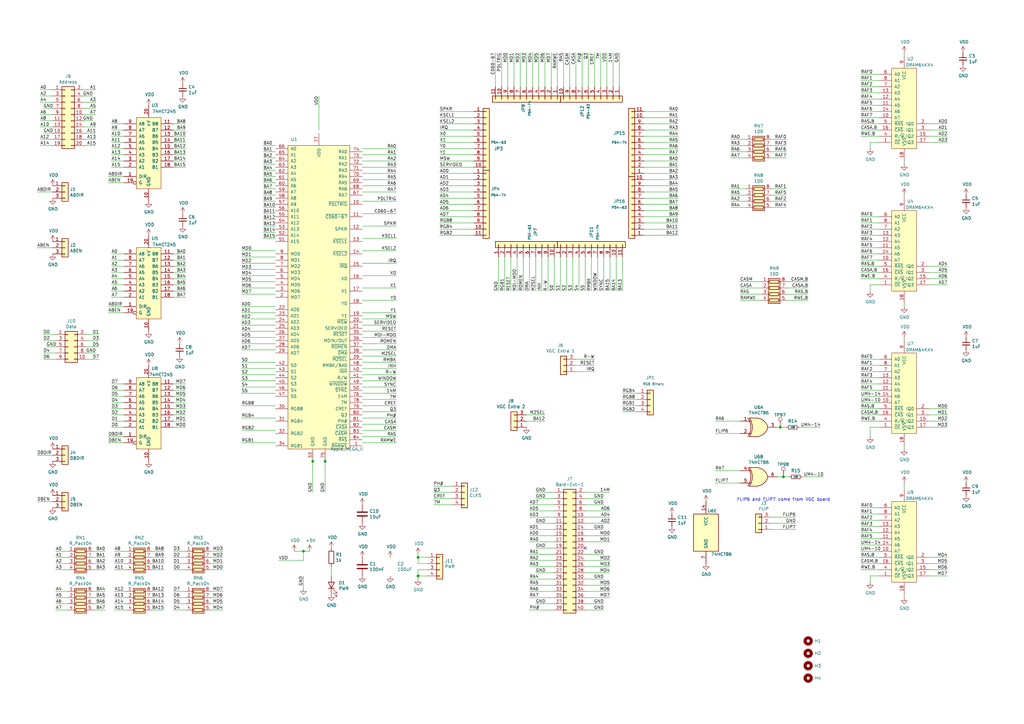
<source format=kicad_sch>
(kicad_sch (version 20230121) (generator eeschema)
  (paper "A3")
  (junction (at 133.35 189.23))
  (junction (at 171.45 228.6))
  (junction (at 321.31 195.58))
  (junction (at 320.04 175.26))
  (junction (at 124.46 226.06))
  (junction (at 171.45 236.22))
  (junction (at 128.27 189.23))
  (no_connect (at 240.03 224.79))
  (wire (pts (xy 264.16 48.26) (xy 278.13 48.26)))
  (wire (pts (xy 86.36 247.65) (xy 91.44 247.65)))
  (wire (pts (xy 34.29 57.15) (xy 39.37 57.15)))
  (wire (pts (xy 316.23 217.17) (xy 326.39 217.17)))
  (wire (pts (xy 34.29 41.91) (xy 39.37 41.91)))
  (wire (pts (xy 34.29 39.37) (xy 38.1 39.37)))
  (wire (pts (xy 162.56 179.07) (xy 148.59 179.07)))
  (wire (pts (xy 71.12 114.3) (xy 76.2 114.3)))
  (wire (pts (xy 353.06 53.34) (xy 360.68 53.34)))
  (wire (pts (xy 360.68 223.52) (xy 353.06 223.52)))
  (wire (pts (xy 86.36 233.68) (xy 91.44 233.68)))
  (wire (pts (xy 316.23 82.55) (xy 322.58 82.55)))
  (wire (pts (xy 162.56 87.63) (xy 148.59 87.63)))
  (wire (pts (xy 71.12 170.18) (xy 76.2 170.18)))
  (wire (pts (xy 207.01 119.38) (xy 207.01 105.41)))
  (wire (pts (xy 76.2 247.65) (xy 71.12 247.65)))
  (wire (pts (xy 113.03 67.31) (xy 107.95 67.31)))
  (wire (pts (xy 175.26 231.14) (xy 171.45 231.14)))
  (wire (pts (xy 381 172.72) (xy 388.62 172.72)))
  (wire (pts (xy 50.8 60.96) (xy 45.72 60.96)))
  (wire (pts (xy 322.58 118.11) (xy 331.47 118.11)))
  (wire (pts (xy 227.33 217.17) (xy 217.17 217.17)))
  (wire (pts (xy 50.8 114.3) (xy 45.72 114.3)))
  (wire (pts (xy 327.66 175.26) (xy 336.55 175.26)))
  (wire (pts (xy 194.31 73.66) (xy 180.34 73.66)))
  (wire (pts (xy 162.56 161.29) (xy 148.59 161.29)))
  (wire (pts (xy 353.06 228.6) (xy 360.68 228.6)))
  (wire (pts (xy 360.68 152.4) (xy 353.06 152.4)))
  (wire (pts (xy 162.56 92.71) (xy 148.59 92.71)))
  (wire (pts (xy 113.03 161.29) (xy 99.06 161.29)))
  (wire (pts (xy 353.06 167.64) (xy 360.68 167.64)))
  (wire (pts (xy 21.59 39.37) (xy 16.51 39.37)))
  (wire (pts (xy 381 109.22) (xy 388.62 109.22)))
  (wire (pts (xy 360.68 30.48) (xy 353.06 30.48)))
  (wire (pts (xy 360.68 157.48) (xy 353.06 157.48)))
  (wire (pts (xy 318.77 195.58) (xy 321.31 195.58)))
  (wire (pts (xy 27.94 250.19) (xy 22.86 250.19)))
  (wire (pts (xy 224.79 119.38) (xy 224.79 105.41)))
  (wire (pts (xy 113.03 97.79) (xy 107.95 97.79)))
  (wire (pts (xy 162.56 76.2) (xy 148.59 76.2)))
  (wire (pts (xy 71.12 104.14) (xy 76.2 104.14)))
  (wire (pts (xy 227.33 250.19) (xy 217.17 250.19)))
  (wire (pts (xy 194.31 91.44) (xy 180.34 91.44)))
  (wire (pts (xy 227.33 229.87) (xy 217.17 229.87)))
  (wire (pts (xy 264.16 93.98) (xy 278.13 93.98)))
  (wire (pts (xy 381 116.84) (xy 388.62 116.84)))
  (wire (pts (xy 227.33 232.41) (xy 217.17 232.41)))
  (wire (pts (xy 27.94 231.14) (xy 22.86 231.14)))
  (wire (pts (xy 50.8 72.39) (xy 44.45 72.39)))
  (wire (pts (xy 306.07 80.01) (xy 299.72 80.01)))
  (wire (pts (xy 113.03 115.57) (xy 99.06 115.57)))
  (wire (pts (xy 21.59 54.61) (xy 17.78 54.61)))
  (wire (pts (xy 353.06 111.76) (xy 360.68 111.76)))
  (wire (pts (xy 321.31 195.58) (xy 323.85 195.58)))
  (wire (pts (xy 50.8 125.73) (xy 44.45 125.73)))
  (wire (pts (xy 251.46 35.56) (xy 251.46 21.59)))
  (wire (pts (xy 38.1 231.14) (xy 43.18 231.14)))
  (wire (pts (xy 264.16 73.66) (xy 278.13 73.66)))
  (wire (pts (xy 264.16 60.96) (xy 278.13 60.96)))
  (wire (pts (xy 21.59 101.6) (xy 15.24 101.6)))
  (wire (pts (xy 204.47 119.38) (xy 204.47 105.41)))
  (wire (pts (xy 360.68 38.1) (xy 353.06 38.1)))
  (wire (pts (xy 232.41 119.38) (xy 232.41 105.41)))
  (wire (pts (xy 360.68 165.1) (xy 353.06 165.1)))
  (wire (pts (xy 113.03 143.51) (xy 99.06 143.51)))
  (wire (pts (xy 162.56 176.53) (xy 148.59 176.53)))
  (wire (pts (xy 27.94 245.11) (xy 22.86 245.11)))
  (wire (pts (xy 71.12 109.22) (xy 76.2 109.22)))
  (wire (pts (xy 71.12 111.76) (xy 76.2 111.76)))
  (wire (pts (xy 162.56 156.21) (xy 148.59 156.21)))
  (wire (pts (xy 370.84 21.59) (xy 370.84 22.86)))
  (wire (pts (xy 381 228.6) (xy 388.62 228.6)))
  (wire (pts (xy 194.31 78.74) (xy 180.34 78.74)))
  (wire (pts (xy 322.58 123.19) (xy 331.47 123.19)))
  (wire (pts (xy 240.03 222.25) (xy 250.19 222.25)))
  (wire (pts (xy 171.45 233.68) (xy 175.26 233.68)))
  (wire (pts (xy 162.56 146.05) (xy 148.59 146.05)))
  (wire (pts (xy 370.84 138.43) (xy 370.84 139.7)))
  (wire (pts (xy 227.33 212.09) (xy 217.17 212.09)))
  (wire (pts (xy 162.56 135.89) (xy 148.59 135.89)))
  (wire (pts (xy 113.03 62.23) (xy 107.95 62.23)))
  (wire (pts (xy 381 236.22) (xy 388.62 236.22)))
  (wire (pts (xy 381 111.76) (xy 388.62 111.76)))
  (wire (pts (xy 162.56 168.91) (xy 148.59 168.91)))
  (wire (pts (xy 71.12 165.1) (xy 76.2 165.1)))
  (wire (pts (xy 218.44 35.56) (xy 218.44 21.59)))
  (wire (pts (xy 162.56 113.03) (xy 148.59 113.03)))
  (wire (pts (xy 162.56 143.51) (xy 148.59 143.51)))
  (wire (pts (xy 227.33 222.25) (xy 217.17 222.25)))
  (wire (pts (xy 240.03 234.95) (xy 250.19 234.95)))
  (wire (pts (xy 35.56 139.7) (xy 40.64 139.7)))
  (wire (pts (xy 162.56 171.45) (xy 148.59 171.45)))
  (wire (pts (xy 306.07 77.47) (xy 299.72 77.47)))
  (wire (pts (xy 162.56 158.75) (xy 148.59 158.75)))
  (wire (pts (xy 62.23 247.65) (xy 67.31 247.65)))
  (wire (pts (xy 360.68 172.72) (xy 353.06 172.72)))
  (wire (pts (xy 194.31 55.88) (xy 180.34 55.88)))
  (wire (pts (xy 370.84 124.46) (xy 370.84 125.73)))
  (wire (pts (xy 227.33 219.71) (xy 217.17 219.71)))
  (wire (pts (xy 113.03 176.53) (xy 99.06 176.53)))
  (wire (pts (xy 35.56 137.16) (xy 40.64 137.16)))
  (wire (pts (xy 113.03 82.55) (xy 107.95 82.55)))
  (wire (pts (xy 264.16 55.88) (xy 278.13 55.88)))
  (wire (pts (xy 227.33 204.47) (xy 219.71 204.47)))
  (wire (pts (xy 360.68 208.28) (xy 353.06 208.28)))
  (wire (pts (xy 264.16 86.36) (xy 278.13 86.36)))
  (wire (pts (xy 360.68 45.72) (xy 353.06 45.72)))
  (wire (pts (xy 264.16 50.8) (xy 278.13 50.8)))
  (wire (pts (xy 86.36 242.57) (xy 91.44 242.57)))
  (wire (pts (xy 360.68 215.9) (xy 353.06 215.9)))
  (wire (pts (xy 62.23 233.68) (xy 67.31 233.68)))
  (wire (pts (xy 162.56 148.59) (xy 148.59 148.59)))
  (wire (pts (xy 162.56 102.87) (xy 148.59 102.87)))
  (wire (pts (xy 34.29 54.61) (xy 39.37 54.61)))
  (wire (pts (xy 360.68 91.44) (xy 353.06 91.44)))
  (wire (pts (xy 38.1 226.06) (xy 43.18 226.06)))
  (wire (pts (xy 71.12 157.48) (xy 76.2 157.48)))
  (wire (pts (xy 194.31 83.82) (xy 180.34 83.82)))
  (wire (pts (xy 113.03 107.95) (xy 99.06 107.95)))
  (wire (pts (xy 50.8 175.26) (xy 45.72 175.26)))
  (wire (pts (xy 312.42 123.19) (xy 303.53 123.19)))
  (wire (pts (xy 50.8 68.58) (xy 45.72 68.58)))
  (wire (pts (xy 113.03 181.61) (xy 99.06 181.61)))
  (wire (pts (xy 212.09 119.38) (xy 212.09 105.41)))
  (wire (pts (xy 370.84 198.12) (xy 370.84 200.66)))
  (wire (pts (xy 113.03 102.87) (xy 99.06 102.87)))
  (wire (pts (xy 194.31 45.72) (xy 180.34 45.72)))
  (wire (pts (xy 162.56 163.83) (xy 148.59 163.83)))
  (wire (pts (xy 113.03 171.45) (xy 99.06 171.45)))
  (wire (pts (xy 162.56 107.95) (xy 148.59 107.95)))
  (wire (pts (xy 21.59 57.15) (xy 16.51 57.15)))
  (wire (pts (xy 255.27 163.83) (xy 261.62 163.83)))
  (wire (pts (xy 130.81 53.34) (xy 130.81 39.37)))
  (wire (pts (xy 255.27 161.29) (xy 261.62 161.29)))
  (wire (pts (xy 162.56 78.74) (xy 148.59 78.74)))
  (wire (pts (xy 71.12 160.02) (xy 76.2 160.02)))
  (wire (pts (xy 62.23 250.19) (xy 67.31 250.19)))
  (wire (pts (xy 175.26 228.6) (xy 171.45 228.6)))
  (wire (pts (xy 370.84 182.88) (xy 370.84 184.15)))
  (wire (pts (xy 360.68 93.98) (xy 353.06 93.98)))
  (wire (pts (xy 22.86 144.78) (xy 17.78 144.78)))
  (wire (pts (xy 52.07 228.6) (xy 46.99 228.6)))
  (wire (pts (xy 356.87 58.42) (xy 356.87 60.96)))
  (wire (pts (xy 113.03 87.63) (xy 107.95 87.63)))
  (wire (pts (xy 35.56 147.32) (xy 40.64 147.32)))
  (wire (pts (xy 381 58.42) (xy 388.62 58.42)))
  (wire (pts (xy 208.28 35.56) (xy 208.28 21.59)))
  (wire (pts (xy 76.2 250.19) (xy 71.12 250.19)))
  (wire (pts (xy 34.29 52.07) (xy 39.37 52.07)))
  (wire (pts (xy 50.8 66.04) (xy 45.72 66.04)))
  (wire (pts (xy 316.23 214.63) (xy 326.39 214.63)))
  (wire (pts (xy 162.56 63.5) (xy 148.59 63.5)))
  (wire (pts (xy 38.1 245.11) (xy 43.18 245.11)))
  (wire (pts (xy 381 167.64) (xy 388.62 167.64)))
  (wire (pts (xy 223.52 172.72) (xy 215.9 172.72)))
  (wire (pts (xy 264.16 83.82) (xy 278.13 83.82)))
  (wire (pts (xy 27.94 228.6) (xy 22.86 228.6)))
  (wire (pts (xy 34.29 36.83) (xy 39.37 36.83)))
  (wire (pts (xy 356.87 175.26) (xy 356.87 179.07)))
  (wire (pts (xy 71.12 119.38) (xy 76.2 119.38)))
  (wire (pts (xy 210.82 35.56) (xy 210.82 21.59)))
  (wire (pts (xy 62.23 231.14) (xy 67.31 231.14)))
  (wire (pts (xy 21.59 205.74) (xy 15.24 205.74)))
  (wire (pts (xy 162.56 128.27) (xy 148.59 128.27)))
  (wire (pts (xy 240.03 119.38) (xy 240.03 105.41)))
  (wire (pts (xy 50.8 162.56) (xy 45.72 162.56)))
  (wire (pts (xy 127 226.06) (xy 124.46 226.06)))
  (wire (pts (xy 171.45 228.6) (xy 171.45 227.33)))
  (wire (pts (xy 113.03 158.75) (xy 99.06 158.75)))
  (wire (pts (xy 227.33 119.38) (xy 227.33 105.41)))
  (wire (pts (xy 303.53 115.57) (xy 312.42 115.57)))
  (wire (pts (xy 50.8 128.27) (xy 44.45 128.27)))
  (wire (pts (xy 162.56 82.55) (xy 148.59 82.55)))
  (wire (pts (xy 113.03 120.65) (xy 99.06 120.65)))
  (wire (pts (xy 124.46 226.06) (xy 120.65 226.06)))
  (wire (pts (xy 316.23 85.09) (xy 322.58 85.09)))
  (wire (pts (xy 162.56 118.11) (xy 148.59 118.11)))
  (wire (pts (xy 148.59 166.37) (xy 162.56 166.37)))
  (wire (pts (xy 360.68 104.14) (xy 353.06 104.14)))
  (wire (pts (xy 303.53 172.72) (xy 293.37 172.72)))
  (wire (pts (xy 360.68 55.88) (xy 353.06 55.88)))
  (wire (pts (xy 228.6 35.56) (xy 228.6 21.59)))
  (wire (pts (xy 38.1 242.57) (xy 43.18 242.57)))
  (wire (pts (xy 71.12 55.88) (xy 76.2 55.88)))
  (wire (pts (xy 71.12 66.04) (xy 76.2 66.04)))
  (wire (pts (xy 370.84 66.04) (xy 370.84 67.31)))
  (wire (pts (xy 50.8 58.42) (xy 45.72 58.42)))
  (wire (pts (xy 162.56 60.96) (xy 148.59 60.96)))
  (wire (pts (xy 264.16 45.72) (xy 278.13 45.72)))
  (wire (pts (xy 162.56 173.99) (xy 148.59 173.99)))
  (wire (pts (xy 303.53 177.8) (xy 293.37 177.8)))
  (wire (pts (xy 264.16 91.44) (xy 278.13 91.44)))
  (wire (pts (xy 360.68 43.18) (xy 353.06 43.18)))
  (wire (pts (xy 240.03 240.03) (xy 250.19 240.03)))
  (wire (pts (xy 71.12 68.58) (xy 76.2 68.58)))
  (wire (pts (xy 250.19 119.38) (xy 250.19 105.41)))
  (wire (pts (xy 227.33 227.33) (xy 217.17 227.33)))
  (wire (pts (xy 162.56 71.12) (xy 148.59 71.12)))
  (wire (pts (xy 194.31 68.58) (xy 180.34 68.58)))
  (wire (pts (xy 113.03 59.69) (xy 107.95 59.69)))
  (wire (pts (xy 135.89 232.41) (xy 135.89 236.22)))
  (wire (pts (xy 360.68 88.9) (xy 353.06 88.9)))
  (wire (pts (xy 162.56 151.13) (xy 148.59 151.13)))
  (wire (pts (xy 243.84 35.56) (xy 243.84 21.59)))
  (wire (pts (xy 203.2 35.56) (xy 203.2 21.59)))
  (wire (pts (xy 240.03 217.17) (xy 247.65 217.17)))
  (wire (pts (xy 213.36 35.56) (xy 213.36 21.59)))
  (wire (pts (xy 316.23 64.77) (xy 322.58 64.77)))
  (wire (pts (xy 38.1 250.19) (xy 43.18 250.19)))
  (wire (pts (xy 370.84 243.84) (xy 370.84 245.11)))
  (wire (pts (xy 162.56 133.35) (xy 148.59 133.35)))
  (wire (pts (xy 71.12 60.96) (xy 76.2 60.96)))
  (wire (pts (xy 76.2 228.6) (xy 71.12 228.6)))
  (wire (pts (xy 360.68 210.82) (xy 353.06 210.82)))
  (wire (pts (xy 113.03 95.25) (xy 107.95 95.25)))
  (wire (pts (xy 21.59 36.83) (xy 16.51 36.83)))
  (wire (pts (xy 162.56 153.67) (xy 148.59 153.67)))
  (wire (pts (xy 171.45 231.14) (xy 171.45 228.6)))
  (wire (pts (xy 353.06 50.8) (xy 360.68 50.8)))
  (wire (pts (xy 50.8 111.76) (xy 45.72 111.76)))
  (wire (pts (xy 240.03 207.01) (xy 247.65 207.01)))
  (wire (pts (xy 381 231.14) (xy 388.62 231.14)))
  (wire (pts (xy 234.95 119.38) (xy 234.95 105.41)))
  (wire (pts (xy 237.49 119.38) (xy 237.49 105.41)))
  (wire (pts (xy 52.07 231.14) (xy 46.99 231.14)))
  (wire (pts (xy 306.07 64.77) (xy 299.72 64.77)))
  (wire (pts (xy 264.16 66.04) (xy 278.13 66.04)))
  (wire (pts (xy 52.07 247.65) (xy 46.99 247.65)))
  (wire (pts (xy 22.86 142.24) (xy 19.05 142.24)))
  (wire (pts (xy 22.86 147.32) (xy 17.78 147.32)))
  (wire (pts (xy 50.8 157.48) (xy 45.72 157.48)))
  (wire (pts (xy 185.42 204.47) (xy 177.8 204.47)))
  (wire (pts (xy 227.33 234.95) (xy 219.71 234.95)))
  (wire (pts (xy 52.07 226.06) (xy 46.99 226.06)))
  (wire (pts (xy 240.03 212.09) (xy 250.19 212.09)))
  (wire (pts (xy 240.03 242.57) (xy 250.19 242.57)))
  (wire (pts (xy 194.31 96.52) (xy 180.34 96.52)))
  (wire (pts (xy 50.8 53.34) (xy 45.72 53.34)))
  (wire (pts (xy 21.59 52.07) (xy 16.51 52.07)))
  (wire (pts (xy 264.16 53.34) (xy 278.13 53.34)))
  (wire (pts (xy 264.16 76.2) (xy 278.13 76.2)))
  (wire (pts (xy 360.68 48.26) (xy 353.06 48.26)))
  (wire (pts (xy 113.03 125.73) (xy 99.06 125.73)))
  (wire (pts (xy 76.2 245.11) (xy 71.12 245.11)))
  (wire (pts (xy 62.23 242.57) (xy 67.31 242.57)))
  (wire (pts (xy 162.56 66.04) (xy 148.59 66.04)))
  (wire (pts (xy 27.94 233.68) (xy 22.86 233.68)))
  (wire (pts (xy 113.03 156.21) (xy 99.06 156.21)))
  (wire (pts (xy 264.16 96.52) (xy 278.13 96.52)))
  (wire (pts (xy 162.56 68.58) (xy 148.59 68.58)))
  (wire (pts (xy 360.68 33.02) (xy 353.06 33.02)))
  (wire (pts (xy 50.8 119.38) (xy 45.72 119.38)))
  (wire (pts (xy 50.8 55.88) (xy 45.72 55.88)))
  (wire (pts (xy 227.33 245.11) (xy 217.17 245.11)))
  (wire (pts (xy 113.03 113.03) (xy 99.06 113.03)))
  (wire (pts (xy 71.12 116.84) (xy 76.2 116.84)))
  (wire (pts (xy 22.86 137.16) (xy 17.78 137.16)))
  (wire (pts (xy 86.36 245.11) (xy 91.44 245.11)))
  (wire (pts (xy 306.07 59.69) (xy 299.72 59.69)))
  (wire (pts (xy 247.65 119.38) (xy 247.65 105.41)))
  (wire (pts (xy 21.59 186.69) (xy 15.24 186.69)))
  (wire (pts (xy 86.36 231.14) (xy 91.44 231.14)))
  (wire (pts (xy 38.1 233.68) (xy 43.18 233.68)))
  (wire (pts (xy 113.03 74.93) (xy 107.95 74.93)))
  (wire (pts (xy 62.23 245.11) (xy 67.31 245.11)))
  (wire (pts (xy 194.31 60.96) (xy 180.34 60.96)))
  (wire (pts (xy 312.42 120.65) (xy 303.53 120.65)))
  (wire (pts (xy 303.53 193.04) (xy 293.37 193.04)))
  (wire (pts (xy 185.42 201.93) (xy 177.8 201.93)))
  (wire (pts (xy 34.29 44.45) (xy 39.37 44.45)))
  (wire (pts (xy 113.03 133.35) (xy 99.06 133.35)))
  (wire (pts (xy 227.33 214.63) (xy 219.71 214.63)))
  (wire (pts (xy 236.22 147.32) (xy 243.84 147.32)))
  (wire (pts (xy 381 233.68) (xy 388.62 233.68)))
  (wire (pts (xy 113.03 151.13) (xy 99.06 151.13)))
  (wire (pts (xy 238.76 35.56) (xy 238.76 21.59)))
  (wire (pts (xy 306.07 62.23) (xy 299.72 62.23)))
  (wire (pts (xy 360.68 218.44) (xy 353.06 218.44)))
  (wire (pts (xy 227.33 224.79) (xy 219.71 224.79)))
  (wire (pts (xy 227.33 237.49) (xy 217.17 237.49)))
  (wire (pts (xy 240.03 201.93) (xy 250.19 201.93)))
  (wire (pts (xy 124.46 229.87) (xy 124.46 226.06)))
  (wire (pts (xy 240.03 250.19) (xy 247.65 250.19)))
  (wire (pts (xy 133.35 189.23) (xy 133.35 187.96)))
  (wire (pts (xy 205.74 35.56) (xy 205.74 21.59)))
  (wire (pts (xy 113.03 140.97) (xy 99.06 140.97)))
  (wire (pts (xy 34.29 49.53) (xy 38.1 49.53)))
  (wire (pts (xy 381 50.8) (xy 388.62 50.8)))
  (wire (pts (xy 360.68 170.18) (xy 353.06 170.18)))
  (wire (pts (xy 76.2 233.68) (xy 71.12 233.68)))
  (wire (pts (xy 360.68 160.02) (xy 353.06 160.02)))
  (wire (pts (xy 50.8 106.68) (xy 45.72 106.68)))
  (wire (pts (xy 113.03 128.27) (xy 99.06 128.27)))
  (wire (pts (xy 360.68 99.06) (xy 353.06 99.06)))
  (wire (pts (xy 194.31 66.04) (xy 180.34 66.04)))
  (wire (pts (xy 360.68 162.56) (xy 353.06 162.56)))
  (wire (pts (xy 35.56 142.24) (xy 40.64 142.24)))
  (wire (pts (xy 236.22 152.4) (xy 243.84 152.4)))
  (wire (pts (xy 62.23 228.6) (xy 67.31 228.6)))
  (wire (pts (xy 71.12 172.72) (xy 76.2 172.72)))
  (wire (pts (xy 227.33 201.93) (xy 219.71 201.93)))
  (wire (pts (xy 381 175.26) (xy 388.62 175.26)))
  (wire (pts (xy 264.16 78.74) (xy 278.13 78.74)))
  (wire (pts (xy 194.31 58.42) (xy 180.34 58.42)))
  (wire (pts (xy 303.53 198.12) (xy 293.37 198.12)))
  (wire (pts (xy 162.56 181.61) (xy 148.59 181.61)))
  (wire (pts (xy 113.03 105.41) (xy 99.06 105.41)))
  (wire (pts (xy 316.23 62.23) (xy 322.58 62.23)))
  (wire (pts (xy 76.2 231.14) (xy 71.12 231.14)))
  (wire (pts (xy 264.16 68.58) (xy 278.13 68.58)))
  (wire (pts (xy 50.8 167.64) (xy 45.72 167.64)))
  (wire (pts (xy 240.03 245.11) (xy 250.19 245.11)))
  (wire (pts (xy 86.36 228.6) (xy 91.44 228.6)))
  (wire (pts (xy 113.03 166.37) (xy 99.06 166.37)))
  (wire (pts (xy 381 55.88) (xy 388.62 55.88)))
  (wire (pts (xy 50.8 179.07) (xy 44.45 179.07)))
  (wire (pts (xy 133.35 201.93) (xy 133.35 189.23)))
  (wire (pts (xy 227.33 240.03) (xy 217.17 240.03)))
  (wire (pts (xy 50.8 160.02) (xy 45.72 160.02)))
  (wire (pts (xy 71.12 58.42) (xy 76.2 58.42)))
  (wire (pts (xy 175.26 236.22) (xy 171.45 236.22)))
  (wire (pts (xy 360.68 175.26) (xy 356.87 175.26)))
  (wire (pts (xy 316.23 212.09) (xy 326.39 212.09)))
  (wire (pts (xy 223.52 35.56) (xy 223.52 21.59)))
  (wire (pts (xy 264.16 71.12) (xy 278.13 71.12)))
  (wire (pts (xy 360.68 236.22) (xy 356.87 236.22)))
  (wire (pts (xy 233.68 35.56) (xy 233.68 21.59)))
  (wire (pts (xy 227.33 242.57) (xy 217.17 242.57)))
  (wire (pts (xy 255.27 119.38) (xy 255.27 105.41)))
  (wire (pts (xy 21.59 44.45) (xy 17.78 44.45)))
  (wire (pts (xy 320.04 175.26) (xy 318.77 175.26)))
  (wire (pts (xy 21.59 46.99) (xy 16.51 46.99)))
  (wire (pts (xy 312.42 118.11) (xy 303.53 118.11)))
  (wire (pts (xy 194.31 86.36) (xy 180.34 86.36)))
  (wire (pts (xy 240.03 209.55) (xy 250.19 209.55)))
  (wire (pts (xy 22.86 139.7) (xy 17.78 139.7)))
  (wire (pts (xy 360.68 35.56) (xy 353.06 35.56)))
  (wire (pts (xy 113.03 72.39) (xy 107.95 72.39)))
  (wire (pts (xy 21.59 78.74) (xy 15.24 78.74)))
  (wire (pts (xy 71.12 121.92) (xy 76.2 121.92)))
  (wire (pts (xy 360.68 101.6) (xy 353.06 101.6)))
  (wire (pts (xy 360.68 96.52) (xy 353.06 96.52)))
  (wire (pts (xy 162.56 73.66) (xy 148.59 73.66)))
  (wire (pts (xy 52.07 245.11) (xy 46.99 245.11)))
  (wire (pts (xy 229.87 119.38) (xy 229.87 105.41)))
  (wire (pts (xy 236.22 35.56) (xy 236.22 21.59)))
  (wire (pts (xy 360.68 147.32) (xy 353.06 147.32)))
  (wire (pts (xy 360.68 114.3) (xy 353.06 114.3)))
  (wire (pts (xy 71.12 175.26) (xy 76.2 175.26)))
  (wire (pts (xy 370.84 80.01) (xy 370.84 81.28)))
  (wire (pts (xy 62.23 226.06) (xy 67.31 226.06)))
  (wire (pts (xy 27.94 247.65) (xy 22.86 247.65)))
  (wire (pts (xy 227.33 247.65) (xy 219.71 247.65)))
  (wire (pts (xy 50.8 116.84) (xy 45.72 116.84)))
  (wire (pts (xy 316.23 77.47) (xy 322.58 77.47)))
  (wire (pts (xy 194.31 81.28) (xy 180.34 81.28)))
  (wire (pts (xy 264.16 81.28) (xy 278.13 81.28)))
  (wire (pts (xy 50.8 121.92) (xy 45.72 121.92)))
  (wire (pts (xy 240.03 227.33) (xy 247.65 227.33)))
  (wire (pts (xy 231.14 35.56) (xy 231.14 21.59)))
  (wire (pts (xy 194.31 93.98) (xy 180.34 93.98)))
  (wire (pts (xy 34.29 46.99) (xy 39.37 46.99)))
  (wire (pts (xy 316.23 59.69) (xy 322.58 59.69)))
  (wire (pts (xy 360.68 58.42) (xy 356.87 58.42)))
  (wire (pts (xy 240.03 214.63) (xy 250.19 214.63)))
  (wire (pts (xy 360.68 233.68) (xy 353.06 233.68)))
  (wire (pts (xy 35.56 144.78) (xy 39.37 144.78)))
  (wire (pts (xy 241.3 35.56) (xy 241.3 21.59)))
  (wire (pts (xy 50.8 104.14) (xy 45.72 104.14)))
  (wire (pts (xy 255.27 168.91) (xy 261.62 168.91)))
  (wire (pts (xy 306.07 57.15) (xy 299.72 57.15)))
  (wire (pts (xy 194.31 48.26) (xy 180.34 48.26)))
  (wire (pts (xy 21.59 59.69) (xy 16.51 59.69)))
  (wire (pts (xy 128.27 189.23) (xy 128.27 187.96)))
  (wire (pts (xy 242.57 119.38) (xy 242.57 105.41)))
  (wire (pts (xy 252.73 119.38) (xy 252.73 105.41)))
  (wire (pts (xy 194.31 63.5) (xy 180.34 63.5)))
  (wire (pts (xy 76.2 226.06) (xy 71.12 226.06)))
  (wire (pts (xy 255.27 166.37) (xy 261.62 166.37)))
  (wire (pts (xy 38.1 228.6) (xy 43.18 228.6)))
  (wire (pts (xy 360.68 106.68) (xy 353.06 106.68)))
  (wire (pts (xy 264.16 58.42) (xy 278.13 58.42)))
  (wire (pts (xy 71.12 63.5) (xy 76.2 63.5)))
  (wire (pts (xy 322.58 115.57) (xy 331.47 115.57)))
  (wire (pts (xy 114.3 229.87) (xy 124.46 229.87)))
  (wire (pts (xy 113.03 138.43) (xy 99.06 138.43)))
  (wire (pts (xy 240.03 237.49) (xy 247.65 237.49)))
  (wire (pts (xy 264.16 88.9) (xy 278.13 88.9)))
  (wire (pts (xy 124.46 241.3) (xy 124.46 236.22)))
  (wire (pts (xy 240.03 219.71) (xy 250.19 219.71)))
  (wire (pts (xy 227.33 207.01) (xy 217.17 207.01)))
  (wire (pts (xy 360.68 220.98) (xy 353.06 220.98)))
  (wire (pts (xy 113.03 85.09) (xy 107.95 85.09)))
  (wire (pts (xy 217.17 119.38) (xy 217.17 105.41)))
  (wire (pts (xy 86.36 226.06) (xy 91.44 226.06)))
  (wire (pts (xy 360.68 231.14) (xy 353.06 231.14)))
  (wire (pts (xy 322.58 175.26) (xy 320.04 175.26)))
  (wire (pts (xy 38.1 247.65) (xy 43.18 247.65)))
  (wire (pts (xy 360.68 149.86) (xy 353.06 149.86)))
  (wire (pts (xy 381 170.18) (xy 388.62 170.18)))
  (wire (pts (xy 227.33 209.55) (xy 217.17 209.55)))
  (wire (pts (xy 113.03 153.67) (xy 99.06 153.67)))
  (wire (pts (xy 226.06 35.56) (xy 226.06 21.59)))
  (wire (pts (xy 71.12 53.34) (xy 76.2 53.34)))
  (wire (pts (xy 360.68 226.06) (xy 353.06 226.06)))
  (wire (pts (xy 254 35.56) (xy 254 21.59)))
  (wire (pts (xy 306.07 82.55) (xy 299.72 82.55)))
  (wire (pts (xy 236.22 149.86) (xy 243.84 149.86)))
  (wire (pts (xy 113.03 135.89) (xy 99.06 135.89)))
  (wire (pts (xy 240.03 247.65) (xy 247.65 247.65)))
  (wire (pts (xy 209.55 119.38) (xy 209.55 105.41)))
  (wire (pts (xy 322.58 120.65) (xy 331.47 120.65)))
  (wire (pts (xy 113.03 77.47) (xy 107.95 77.47)))
  (wire (pts (xy 52.07 233.68) (xy 46.99 233.68)))
  (wire (pts (xy 50.8 63.5) (xy 45.72 63.5)))
  (wire (pts (xy 162.56 130.81) (xy 148.59 130.81)))
  (wire (pts (xy 194.31 50.8) (xy 180.34 50.8)))
  (wire (pts (xy 194.31 88.9) (xy 180.34 88.9)))
  (wire (pts (xy 113.03 92.71) (xy 107.95 92.71)))
  (wire (pts (xy 381 53.34) (xy 388.62 53.34)))
  (wire (pts (xy 50.8 172.72) (xy 45.72 172.72)))
  (wire (pts (xy 248.92 35.56) (xy 248.92 21.59)))
  (wire (pts (xy 353.06 109.22) (xy 360.68 109.22)))
  (wire (pts (xy 194.31 76.2) (xy 180.34 76.2)))
  (wire (pts (xy 171.45 233.68) (xy 171.45 236.22)))
  (wire (pts (xy 264.16 63.5) (xy 278.13 63.5)))
  (wire (pts (xy 381 114.3) (xy 388.62 114.3)))
  (wire (pts (xy 21.59 49.53) (xy 16.51 49.53)))
  (wire (pts (xy 223.52 170.18) (xy 215.9 170.18)))
  (wire (pts (xy 194.31 71.12) (xy 180.34 71.12)))
  (wire (pts (xy 113.03 110.49) (xy 99.06 110.49)))
  (wire (pts (xy 214.63 119.38) (xy 214.63 105.41)))
  (wire (pts (xy 50.8 165.1) (xy 45.72 165.1)))
  (wire (pts (xy 222.25 119.38) (xy 222.25 105.41)))
  (wire (pts (xy 328.93 195.58) (xy 337.82 195.58)))
  (wire (pts (xy 246.38 35.56) (xy 246.38 21.59)))
  (wire (pts (xy 34.29 59.69) (xy 39.37 59.69)))
  (wire (pts (xy 360.68 154.94) (xy 353.06 154.94)))
  (wire (pts (xy 360.68 40.64) (xy 353.06 40.64)))
  (wire (pts (xy 306.07 85.09) (xy 299.72 85.09)))
  (wire (pts (xy 50.8 181.61) (xy 44.45 181.61)))
  (wire (pts (xy 356.87 236.22) (xy 356.87 238.76)))
  (wire (pts (xy 240.03 204.47) (xy 247.65 204.47)))
  (wire (pts (xy 356.87 116.84) (xy 356.87 119.38)))
  (wire (pts (xy 27.94 242.57) (xy 22.86 242.57)))
  (wire (pts (xy 71.12 50.8) (xy 76.2 50.8)))
  (wire (pts (xy 113.03 69.85) (xy 107.95 69.85)))
  (wire (pts (xy 50.8 109.22) (xy 45.72 109.22)))
  (wire (pts (xy 71.12 106.68) (xy 76.2 106.68)))
  (wire (pts (xy 148.59 123.19) (xy 162.56 123.19)))
  (wire (pts (xy 52.07 242.57) (xy 46.99 242.57)))
  (wire (pts (xy 52.07 250.19) (xy 46.99 250.19)))
  (wire (pts (xy 162.56 138.43) (xy 148.59 138.43)))
  (wire (pts (xy 220.98 35.56) (xy 220.98 21.59)))
  (wire (pts (xy 27.94 226.06) (xy 22.86 226.06)))
  (wire (pts (xy 50.8 50.8) (xy 45.72 50.8)))
  (wire (pts (xy 113.03 130.81) (xy 99.06 130.81)))
  (wire (pts (xy 21.59 41.91) (xy 16.51 41.91)))
  (wire (pts (xy 162.56 97.79) (xy 148.59 97.79)))
  (wire (pts (xy 185.42 199.39) (xy 177.8 199.39)))
  (wire (pts (xy 316.23 57.15) (xy 322.58 57.15)))
  (wire (pts (xy 71.12 162.56) (xy 76.2 162.56)))
  (wire (pts (xy 245.11 119.38) (xy 245.11 105.41)))
  (wire (pts (xy 76.2 242.57) (xy 71.12 242.57)))
  (wire (pts (xy 240.03 229.87) (xy 250.19 229.87)))
  (wire (pts (xy 71.12 167.64) (xy 76.2 167.64)))
  (wire (pts (xy 113.03 118.11) (xy 99.06 118.11)))
  (wire (pts (xy 219.71 119.38) (xy 219.71 105.41)))
  (wire (pts (xy 360.68 116.84) (xy 356.87 116.84)))
  (wire (pts (xy 128.27 201.93) (xy 128.27 189.23)))
  (wire (pts (xy 50.8 170.18) (xy 45.72 170.18)))
  (wire (pts (xy 215.9 35.56) (xy 215.9 21.59)))
  (wire (pts (xy 113.03 64.77) (xy 107.95 64.77)))
  (wire (pts (xy 113.03 90.17) (xy 107.95 90.17)))
  (wire (pts (xy 360.68 213.36) (xy 353.06 213.36)))
  (wire (pts (xy 240.03 232.41) (xy 250.19 232.41)))
  (wire (pts (xy 113.03 148.59) (xy 99.06 148.59)))
  (wire (pts (xy 316.23 80.01) (xy 322.58 80.01)))
  (wire (pts (xy 50.8 74.93) (xy 44.45 74.93)))
  (wire (pts (xy 171.45 236.22) (xy 171.45 237.49)))
  (wire (pts (xy 185.42 207.01) (xy 177.8 207.01)))
  (wire (pts (xy 194.31 53.34) (xy 180.34 53.34)))
  (wire (pts (xy 86.36 250.19) (xy 91.44 250.19)))
  (wire (pts (xy 162.56 140.97) (xy 148.59 140.97)))
  (wire (pts (xy 113.03 80.01) (xy 107.95 80.01)))
  (text "FLIP6 and FLIP7 come from VGC board" (at 302.26 205.74 0) (effects (font (size 1.27 1.27)) (justify left bottom)))
  (label "CREF" (at 162.56 166.37 180))
  (label "RESET" (at 209.55 119.38 90))
  (label "GND" (at 204.47 119.38 90))
  (label "AD2" (at 250.19 214.63 180))
  (label "RA2" (at 299.72 82.55 0))
  (label "RAF2" (at 353.06 93.98 0))
  (label "A9" (at 39.37 52.07 180))
  (label "A2" (at 22.86 231.14 0))
  (label "ABDIR" (at 44.45 125.73 0))
  (label "C060-67" (at 203.2 21.59 270))
  (label "S4" (at 99.06 158.75 0))
  (label "SERVIDEO" (at 162.56 133.35 180))
  (label "14M" (at 250.19 201.93 180))
  (label "AD5" (at 388.62 111.76 180))
  (label "RAF3" (at 353.06 215.9 0))
  (label "PDLTRIG" (at 205.74 21.59 270))
  (label "ROMEN" (at 214.63 119.38 90))
  (label "RAF0" (at 353.06 208.28 0))
  (label "S5" (at 240.03 119.38 90))
  (label "RAMWE" (at 162.56 181.61 180))
  (label "MD6" (at 223.52 21.59 270))
  (label "RAF0" (at 353.06 30.48 0))
  (label "A15" (at 45.72 68.58 0))
  (label "RA1" (at 299.72 77.47 0))
  (label "BA3" (at 107.95 67.31 0))
  (label "BA8" (at 76.2 50.8 180))
  (label "BA12" (at 67.31 242.57 180))
  (label "RAS" (at 303.53 120.65 0))
  (label "RWE.B" (at 353.06 172.72 0))
  (label "RAS.B" (at 353.06 167.64 0))
  (label "RWE.B" (at 331.47 123.19 180))
  (label "CASM" (at 233.68 21.59 270))
  (label "ABEN" (at 44.45 128.27 0))
  (label "GND" (at 124.46 236.22 270))
  (label "A15" (at 39.37 59.69 180))
  (label "RAF7" (at 322.58 64.77 180))
  (label "RAF2" (at 353.06 152.4 0))
  (label "BA1" (at 76.2 106.68 180))
  (label "BA12" (at 278.13 96.52 180))
  (label "RA6" (at 162.56 76.2 180))
  (label "A1" (at 45.72 106.68 0))
  (label "A13" (at 45.72 63.5 0))
  (label "PDLTRIG" (at 162.56 82.55 180))
  (label "BA3" (at 278.13 73.66 180))
  (label "Q3" (at 177.8 201.93 0))
  (label "BA7" (at 278.13 83.82 180))
  (label "CASM" (at 162.56 176.53 180))
  (label "A4" (at 45.72 114.3 0))
  (label "RAS" (at 162.56 179.07 180))
  (label "AD4" (at 388.62 109.22 180))
  (label "RA1" (at 162.56 63.5 180))
  (label "RA7" (at 299.72 64.77 0))
  (label "BA13" (at 255.27 119.38 90))
  (label "AD3" (at 99.06 133.35 0))
  (label "D1" (at 71.12 231.14 0))
  (label "RAS" (at 231.14 21.59 270))
  (label "A2" (at 45.72 109.22 0))
  (label "BA10" (at 107.95 85.09 0))
  (label "RGB1" (at 207.01 119.38 90))
  (label "RA6" (at 217.17 242.57 0))
  (label "DBEN" (at 44.45 181.61 0))
  (label "RA1" (at 217.17 227.33 0))
  (label "BA10" (at 67.31 231.14 180))
  (label "RAF2" (at 353.06 213.36 0))
  (label "A0" (at 22.86 226.06 0))
  (label "UM4-14" (at 336.55 175.26 180))
  (label "AD5" (at 217.17 209.55 0))
  (label "RA4" (at 278.13 55.88 180))
  (label "UM4-10" (at 337.82 195.58 180))
  (label "RAS.B" (at 331.47 120.65 180))
  (label "CASA.B" (at 331.47 118.11 180))
  (label "DBDIR" (at 15.24 186.69 0))
  (label "SPKR" (at 162.56 92.71 180))
  (label "AD5" (at 99.06 138.43 0))
  (label "MD0" (at 388.62 167.64 180))
  (label "RA2" (at 217.17 229.87 0))
  (label "AD4" (at 99.06 135.89 0))
  (label "A3" (at 22.86 233.68 0))
  (label "RA6" (at 293.37 172.72 0))
  (label "MD0" (at 91.44 233.68 180))
  (label "D5" (at 45.72 162.56 0))
  (label "BA12" (at 76.2 60.96 180))
  (label "BA6" (at 76.2 119.38 180))
  (label "PH#" (at 177.8 199.39 0))
  (label "D0" (at 45.72 175.26 0))
  (label "BA2" (at 43.18 231.14 180))
  (label "RA0" (at 217.17 222.25 0))
  (label "ABDIR" (at 15.24 78.74 0))
  (label "BA5" (at 76.2 116.84 180))
  (label "RAF3" (at 322.58 59.69 180))
  (label "RAF3" (at 353.06 96.52 0))
  (label "GND" (at 133.35 201.93 90))
  (label "BA11" (at 67.31 233.68 180))
  (label "BA6" (at 107.95 74.93 0))
  (label "RWE.B" (at 353.06 55.88 0))
  (label "D1" (at 45.72 172.72 0))
  (label "AD7" (at 99.06 143.51 0))
  (label "GND" (at 247.65 250.19 180))
  (label "MD1" (at 250.19 222.25 180))
  (label "RESET" (at 162.56 135.89 180))
  (label "CASM.B" (at 353.06 170.18 0))
  (label "RAF1" (at 322.58 77.47 180))
  (label "RA5" (at 299.72 80.01 0))
  (label "MD7" (at 91.44 242.57 180))
  (label "MD3" (at 215.9 21.59 270))
  (label "S3" (at 234.95 119.38 90))
  (label "AD0" (at 217.17 219.71 0))
  (label "KSEL1" (at 162.56 97.79 180))
  (label "BA14" (at 67.31 247.65 180))
  (label "MD5" (at 388.62 231.14 180))
  (label "UM4-14" (at 353.06 162.56 0))
  (label "AD6" (at 388.62 114.3 180))
  (label "AD1" (at 388.62 53.34 180))
  (label "BA4" (at 76.2 114.3 180))
  (label "BA7" (at 107.95 77.47 0))
  (label "M2SEL" (at 162.56 146.05 180))
  (label "BA11" (at 278.13 93.98 180))
  (label "RAF6" (at 353.06 45.72 0))
  (label "CASA" (at 236.22 21.59 270))
  (label "A2" (at 16.51 39.37 0))
  (label "RA3" (at 278.13 53.34 180))
  (label "Y0" (at 180.34 60.96 0))
  (label "BA1" (at 43.18 228.6 180))
  (label "RGB4" (at 255.27 161.29 0))
  (label "A13" (at 46.99 245.11 0))
  (label "D6" (at 45.72 160.02 0))
  (label "AD5" (at 180.34 83.82 0))
  (label "AD1" (at 180.34 73.66 0))
  (label "X1" (at 180.34 58.42 0))
  (label "RAF0" (at 353.06 88.9 0))
  (label "RMBK" (at 242.57 119.38 90))
  (label "GND" (at 247.65 204.47 180))
  (label "BA10" (at 278.13 91.44 180))
  (label "RA4" (at 162.56 71.12 180))
  (label "MD4" (at 76.2 165.1 180))
  (label "MD6" (at 91.44 245.11 180))
  (label "A13" (at 39.37 57.15 180))
  (label "CREF" (at 177.8 204.47 0))
  (label "MD2" (at 91.44 228.6 180))
  (label "MD2" (at 76.2 170.18 180))
  (label "RMBK" (at 162.56 148.59 180))
  (label "MD3" (at 91.44 226.06 180))
  (label "A7" (at 45.72 121.92 0))
  (label "DBDIR" (at 44.45 179.07 0))
  (label "S2" (at 99.06 153.67 0))
  (label "AD1" (at 99.06 128.27 0))
  (label "MD7" (at 76.2 157.48 180))
  (label "Y1" (at 162.56 128.27 180))
  (label "RAF5" (at 353.06 101.6 0))
  (label "MD0" (at 208.28 21.59 270))
  (label "BA9" (at 76.2 53.34 180))
  (label "MD1" (at 388.62 170.18 180))
  (label "D4" (at 45.72 165.1 0))
  (label "ROMEN" (at 162.56 140.97 180))
  (label "BA15" (at 107.95 97.79 0))
  (label "RWE.B" (at 353.06 114.3 0))
  (label "RA0" (at 278.13 45.72 180))
  (label "CASA.B" (at 353.06 53.34 0))
  (label "BA5" (at 43.18 245.11 180))
  (label "GND" (at 39.37 144.78 180))
  (label "BA9" (at 107.95 82.55 0))
  (label "AD3" (at 180.34 78.74 0))
  (label "S1" (at 229.87 119.38 90))
  (label "A8" (at 45.72 50.8 0))
  (label "BA8" (at 107.95 80.01 0))
  (label "BA4" (at 107.95 69.85 0))
  (label "AD2" (at 180.34 76.2 0))
  (label "IRQ" (at 162.56 107.95 180))
  (label "GND" (at 219.71 201.93 0))
  (label "A8" (at 46.99 226.06 0))
  (label "GND" (at 219.71 204.47 0))
  (label "AD1" (at 217.17 217.17 0))
  (label "BA0" (at 278.13 66.04 180))
  (label "BA5" (at 107.95 72.39 0))
  (label "GND" (at 128.27 201.93 90))
  (label "DMA" (at 162.56 143.51 180))
  (label "MD4" (at 250.19 234.95 180))
  (label "MD2" (at 250.19 229.87 180))
  (label "A9" (at 45.72 53.34 0))
  (label "MD3" (at 388.62 175.26 180))
  (label "Q3" (at 241.3 21.59 270))
  (label "ABDIR" (at 44.45 72.39 0))
  (label "BA13" (at 76.2 63.5 180))
  (label "CASM" (at 303.53 115.57 0))
  (label "RAF4" (at 353.06 157.48 0))
  (label "MD6" (at 99.06 118.11 0))
  (label "MD1" (at 91.44 231.14 180))
  (label "GND" (at 219.71 247.65 0))
  (label "RAS.B" (at 353.06 228.6 0))
  (label "RAS.B" (at 353.06 109.22 0))
  (label "BA4" (at 278.13 76.2 180))
  (label "M2SEL" (at 223.52 170.18 180))
  (label "VDD" (at 114.3 229.87 0))
  (label "UM4-10" (at 353.06 226.06 0))
  (label "AD7" (at 180.34 88.9 0))
  (label "RAF0" (at 353.06 147.32 0))
  (label "S4" (at 237.49 119.38 90))
  (label "CASA" (at 303.53 118.11 0))
  (label "RAF4" (at 353.06 218.44 0))
  (label "A15" (at 46.99 250.19 0))
  (label "KSEL1" (at 180.34 48.26 0))
  (label "D0" (at 17.78 137.16 0))
  (label "RA5" (at 217.17 240.03 0))
  (label "MD2" (at 388.62 172.72 180))
  (label "ABEN" (at 15.24 101.6 0))
  (label "AD0" (at 388.62 50.8 180))
  (label "RAF2" (at 353.06 35.56 0))
  (label "7M" (at 246.38 21.59 270))
  (label "A10" (at 46.99 231.14 0))
  (label "RA5" (at 278.13 58.42 180))
  (label "KSEL2" (at 162.56 102.87 180))
  (label "AD0" (at 99.06 125.73 0))
  (label "MD5" (at 220.98 21.59 270))
  (label "RAF4" (at 353.06 99.06 0))
  (label "A11" (at 46.99 233.68 0))
  (label "BA2" (at 278.13 71.12 180))
  (label "GND" (at 17.78 44.45 0))
  (label "C060-67" (at 162.56 87.63 180))
  (label "7M" (at 177.8 207.01 0))
  (label "RGB8" (at 255.27 163.83 0))
  (label "RA7" (at 293.37 193.04 0))
  (label "RWE.B" (at 353.06 233.68 0))
  (label "A14" (at 46.99 247.65 0))
  (label "MDI-MDO" (at 162.56 138.43 180))
  (label "S0" (at 99.06 148.59 0))
  (label "D7" (at 71.12 242.57 0))
  (label "A6" (at 22.86 247.65 0))
  (label "BA6" (at 43.18 247.65 180))
  (label "GND" (at 247.65 227.33 180))
  (label "RGB4" (at 99.06 171.45 0))
  (label "RAF1" (at 353.06 91.44 0))
  (label "KSEL2" (at 180.34 50.8 0))
  (label "RAS.B" (at 353.06 50.8 0))
  (label "RESET" (at 243.84 149.86 180))
  (label "PH#" (at 162.56 171.45 180))
  (label "A8" (at 16.51 49.53 0))
  (label "RA7" (at 278.13 63.5 180))
  (label "RAF6" (at 322.58 62.23 180))
  (label "BA9" (at 278.13 88.9 180))
  (label "RAF5" (at 353.06 220.98 0))
  (label "BA15" (at 67.31 250.19 180))
  (label "BA13" (at 107.95 92.71 0))
  (label "UM4-10" (at 353.06 165.1 0))
  (label "BA7" (at 43.18 250.19 180))
  (label "A14" (at 16.51 59.69 0))
  (label "BA2" (at 76.2 109.22 180))
  (label "AD3" (at 217.17 212.09 0))
  (label "RA3" (at 162.56 68.58 180))
  (label "FLIP7" (at 326.39 217.17 180))
  (label "A5" (at 45.72 116.84 0))
  (label "MD6" (at 250.19 242.57 180))
  (label "BA14" (at 76.2 66.04 180))
  (label "RA0" (at 162.56 60.96 180))
  (label "MD4" (at 91.44 250.19 180))
  (label "RA1" (at 278.13 48.26 180))
  (label "RAF7" (at 353.06 106.68 0))
  (label "GND" (at 247.65 207.01 180))
  (label "D6" (at 17.78 147.32 0))
  (label "MD4" (at 388.62 228.6 180))
  (label "MD5" (at 99.06 115.57 0))
  (label "D0" (at 71.12 233.68 0))
  (label "BA0" (at 43.18 226.06 180))
  (label "Q3" (at 162.56 168.91 180))
  (label "RAF1" (at 353.06 210.82 0))
  (label "AD7" (at 217.17 207.01 0))
  (label "FLIP6" (at 326.39 212.09 180))
  (label "BA0" (at 76.2 104.14 180))
  (label "RAF3" (at 353.06 154.94 0))
  (label "14M" (at 162.56 161.29 180))
  (label "GND" (at 219.71 234.95 0))
  (label "AD4" (at 250.19 212.09 180))
  (label "S1" (at 99.06 151.13 0))
  (label "BA14" (at 107.95 95.25 0))
  (label "A11" (at 45.72 58.42 0))
  (label "A5" (at 22.86 245.11 0))
  (label "AD2" (at 99.06 130.81 0))
  (label "MD2" (at 213.36 21.59 270))
  (label "MD7" (at 226.06 21.59 270))
  (label "A12" (at 16.51 57.15 0))
  (label "IRQ" (at 243.84 152.4 180))
  (label "RAF2" (at 322.58 82.55 180))
  (label "A7" (at 39.37 46.99 180))
  (label "BA8" (at 67.31 226.06 180))
  (label "A5" (at 39.37 44.45 180))
  (label "A3" (at 45.72 111.76 0))
  (label "D4" (at 17.78 144.78 0))
  (label "PH#" (at 217.17 250.19 0))
  (label "RAF3" (at 353.06 38.1 0))
  (label "VDD" (at 248.92 21.59 270))
  (label "D3" (at 40.64 139.7 180))
  (label "BA15" (at 76.2 68.58 180))
  (label "MD7" (at 250.19 245.11 180))
  (label "FLIP7" (at 293.37 198.12 0))
  (label "MD6" (at 76.2 160.02 180))
  (label "RA6" (at 278.13 60.96 180))
  (label "BA12" (at 223.52 172.72 180))
  (label "RA7" (at 217.17 245.11 0))
  (label "AD6" (at 99.06 140.97 0))
  (label "AD6" (at 180.34 86.36 0))
  (label "CREF" (at 243.84 21.59 270))
  (label "D4" (at 71.12 250.19 0))
  (label "D2" (at 45.72 170.18 0))
  (label "BA15" (at 250.19 119.38 90))
  (label "A10" (at 16.51 52.07 0))
  (label "D5" (at 40.64 142.24 180))
  (label "A11" (at 39.37 54.61 180))
  (label "RAMWE" (at 228.6 21.59 270))
  (label "DMA" (at 217.17 119.38 90))
  (label "X0" (at 180.34 55.88 0))
  (label "A1" (at 22.86 228.6 0))
  (label "A3" (at 39.37 41.91 180))
  (label "D6" (at 71.12 245.11 0))
  (label "D7" (at 45.72 157.48 0))
  (label "GND" (at 38.1 39.37 180))
  (label "MD7" (at 99.06 120.65 0))
  (label "WINDOW" (at 245.11 119.38 90))
  (label "MDI-MDO" (at 212.09 119.38 90))
  (label "A14" (at 45.72 66.04 0))
  (label "BA9" (at 67.31 228.6 180))
  (label "MD2" (at 99.06 107.95 0))
  (label "D3" (at 71.12 226.06 0))
  (label "RAF1" (at 353.06 33.02 0))
  (label "RA7" (at 162.56 78.74 180))
  (label "GND" (at 247.65 247.65 180))
  (label "S2" (at 232.41 119.38 90))
  (label "BA6" (at 278.13 81.28 180))
  (label "MD1" (at 76.2 172.72 180))
  (label "SERVIDEO" (at 180.34 68.58 0))
  (label "AD3" (at 388.62 58.42 180))
  (label "AD7" (at 388.62 116.84 180))
  (label "RA5" (at 162.56 73.66 180))
  (label "MD5" (at 91.44 247.65 180))
  (label "X1" (at 162.56 118.11 180))
  (label "RAF4" (at 353.06 40.64 0))
  (label "A0" (at 16.51 36.83 0))
  (label "A0" (at 45.72 104.14 0))
  (label "GND" (at 17.78 54.61 0))
  (label "BA1" (at 107.95 62.23 0))
  (label "BA11" (at 107.95 87.63 0))
  (label "ABEN" (at 44.45 74.93 0))
  (label "BA8" (at 278.13 86.36 180))
  (label "GND" (at 219.71 224.79 0))
  (label "SPKR" (at 180.34 45.72 0))
  (label "MD3" (at 250.19 232.41 180))
  (label "RAF6" (at 353.06 104.14 0))
  (label "GND" (at 247.65 217.17 180))
  (label "CASM.B" (at 353.06 231.14 0))
  (label "R-W" (at 224.79 119.38 90))
  (label "RGB1" (at 255.27 166.37 0))
  (label "A4" (at 16.51 41.91 0))
  (label "D5" (at 71.12 247.65 0))
  (label "RA4" (at 299.72 85.09 0))
  (label "CASA.B" (at 353.06 111.76 0))
  (label "MD7" (at 388.62 236.22 180))
  (label "RA0" (at 299.72 57.15 0))
  (label "A4" (at 22.86 242.57 0))
  (label "BA3" (at 76.2 111.76 180))
  (label "Y0" (at 162.56 123.19 180))
  (label "RGB2" (at 180.34 96.52 0))
  (label "UM4-14" (at 353.06 223.52 0))
  (label "SYNC" (at 247.65 119.38 90))
  (label "D3" (at 45.72 167.64 0))
  (label "14M" (at 251.46 21.59 270))
  (label "D1" (at 40.64 137.16 180))
  (label "BA13" (at 67.31 245.11 180))
  (label "GND" (at 247.65 237.49 180))
  (label "INH" (at 162.56 151.13 180))
  (label "X0" (at 162.56 113.03 180))
  (label "PH#" (at 238.76 21.59 270))
  (label "A1" (at 39.37 36.83 180))
  (label "AD2" (at 388.62 55.88 180))
  (label "S0" (at 227.33 119.38 90))
  (label "RAF5" (at 322.58 80.01 180))
  (label "RA6" (at 299.72 62.23 0))
  (label "RGB2" (at 99.06 176.53 0))
  (label "MD3" (at 99.06 110.49 0))
  (label "BA4" (at 43.18 242.57 180))
  (label "BA7" (at 76.2 121.92 180))
  (label "MSW" (at 180.34 66.04 0))
  (label "RGB1" (at 99.06 181.61 0))
  (label "A9" (at 46.99 228.6 0))
  (label "GND" (at 38.1 49.53 180))
  (label "RAF7" (at 353.06 48.26 0))
  (label "RGB4" (at 180.34 93.98 0))
  (label "DBEN" (at 15.24 205.74 0))
  (label "M2SEL" (at 219.71 119.38 90))
  (label "MD1" (at 210.82 21.59 270))
  (label "GND" (at 19.05 142.24 0))
  (label "RGB2" (at 255.27 168.91 0))
  (label "GND" (at 219.71 214.63 0))
  (label "GND" (at 326.39 214.63 180))
  (label "A6" (at 45.72 119.38 0))
  (label "RA4" (at 217.17 237.49 0))
  (label "MD4" (at 218.44 21.59 270))
  (label "S3" (at 99.06 156.21 0))
  (label "MD6" (at 388.62 233.68 180))
  (label "S5" (at 99.06 161.29 0))
  (label "BA3" (at 43.18 233.68 180))
  (label "D7" (at 40.64 147.32 180))
  (label "IRQ" (at 180.34 53.34 0))
  (label "RAF4" (at 322.58 85.09 180))
  (label "D2" (at 17.78 139.7 0))
  (label "MD4" (at 99.06 113.03 0))
  (label "MD5" (at 76.2 162.56 180))
  (label "SYNC" (at 162.56 158.75 180))
  (label "7M" (at 162.56 163.83 180))
  (label "BA5" (at 278.13 78.74 180))
  (label "MD0" (at 250.19 219.71 180))
  (label "Y1" (at 180.34 63.5 0))
  (label "RAF0" (at 322.58 57.15 180))
  (label "R-W" (at 162.56 153.67 180))
  (label "RAF5" (at 353.06 43.18 0))
  (label "R-W" (at 243.84 147.32 180))
  (label "RA2" (at 162.56 66.04 180))
  (label "AD4" (at 180.34 81.28 0))
  (label "RAMWE" (at 303.53 123.19 0))
  (label "BA14" (at 252.73 119.38 90))
  (label "MD0" (at 76.2 175.26 180))
  (label "RA3" (at 299.72 59.69 0))
  (label "INH" (at 222.25 119.38 90))
  (label "RA2" (at 278.13 50.8 180))
  (label "WINDOW" (at 162.56 156.21 180))
  (label "BA11" (at 76.2 58.42 180))
  (label "CASM.B" (at 331.47 115.57 180))
  (label "A6" (at 16.51 46.99 0))
  (label "AD0" (at 180.34 71.12 0))
  (label "A10" (at 45.72 55.88 0))
  (label "BA2" (at 107.95 64.77 0))
  (label "FLIP6" (at 293.37 177.8 0))
  (label "MD5" (at 250.19 240.03 180))
  (label "AD6" (at 250.19 209.55 180))
  (label "MD0" (at 99.06 102.87 0))
  (label "RA3" (at 217.17 232.41 0))
  (label "BA12" (at 107.95 90.17 0))
  (label "BA10" (at 76.2 55.88 180))
  (label "A7" (at 22.86 250.19 0))
  (label "VDD" (at 130.81 39.37 270))
  (label "A12" (at 45.72 60.96 0))
  (label "MSW" (at 162.56 130.81 180))
  (label "RAF5" (at 353.06 160.02 0))
  (label "CASA" (at 162.56 173.99 180))
  (label "RGB8" (at 180.34 91.44 0))
  (label "A12" (at 46.99 242.57 0))
  (label "MD3" (at 76.2 167.64 180))
  (label "RGB8" (at 99.06 166.37 0))
  (label "D2" (at 71.12 228.6 0))
  (label "RAF1" (at 353.06 149.86 0))
  (label "BA1" (at 278.13 68.58 180))
  (label "MD1" (at 99.06 105.41 0))
  (label "BA0" (at 107.95 59.69 0))
  (label "GND" (at 254 21.59 270))
  (symbol (lib_id "My_Library:Apple_MEGA_II") (at 130.81 121.92 0) (unit 1)
    (property "Reference" "U1" (at 120.65 57.15 0))
    (property "Value" "Apple_MEGA_II" (at 142.24 184.15 0))
    (property "Footprint" "Package_LCC:PLCC-84_THT-Socket" (effects hide))
    (property "MFN" "940-44-084-24-000000" (effects hide))
    (property "SPN" "84K7212" (effects hide))
    (property "Supplier" "Newark US" (effects hide))
  )
  (symbol (lib_id "power:GND") (at 124.46 241.3 0) (unit 1)
    (property "Reference" "#PWR0101" (effects hide))
    (property "Value" "GND" (at 124.587 245.6942 0))
  )
  (symbol (lib_id "power:VDD") (at 120.65 226.06 0) (unit 1)
    (property "Reference" "#PWR0102" (effects hide))
    (property "Value" "VDD" (at 121.0818 221.6658 0))
  )
  (symbol (lib_id "Device:C") (at 148.59 232.41 0) (unit 1)
    (property "Reference" "C1" (at 151.511 231.2416 0) (effects (justify left)))
    (property "Value" "100nF" (at 151.511 233.553 0) (effects (justify left)))
    (property "Footprint" "Capacitor_SMD:C_0805_2012Metric" (effects hide))
  )
  (symbol (lib_id "Device:R") (at 135.89 228.6 0) (unit 1)
    (property "Reference" "R1" (at 137.668 227.4316 0) (effects (justify left)))
    (property "Value" "1k" (at 137.668 229.743 0) (effects (justify left)))
    (property "Footprint" "Resistor_SMD:R_0805_2012Metric" (effects hide))
  )
  (symbol (lib_id "Device:LED") (at 135.89 240.03 90) (unit 1)
    (property "Reference" "D1" (at 138.8872 239.0648 90) (effects (justify right)))
    (property "Value" "PWR" (at 138.8872 241.3762 90) (effects (justify right)))
    (property "Footprint" "LED_SMD:LED_1206_3216Metric" (effects hide))
  )
  (symbol (lib_id "Device:CP") (at 160.02 232.41 0) (unit 1)
    (property "Reference" "C2" (at 162.941 231.2416 0) (effects (justify left)))
    (property "Value" "100uF" (at 162.941 233.553 0) (effects (justify left)))
    (property "Footprint" "Capacitor_THT:CP_Radial_D8.0mm_P5.00mm" (effects hide))
  )
  (symbol (lib_id "power:GND") (at 148.59 236.22 0) (unit 1)
    (property "Reference" "#PWR0103" (effects hide))
    (property "Value" "GND" (at 148.717 240.6142 0))
  )
  (symbol (lib_id "power:GND") (at 160.02 236.22 0) (unit 1)
    (property "Reference" "#PWR0104" (effects hide))
    (property "Value" "GND" (at 160.147 240.6142 0))
  )
  (symbol (lib_id "power:VDD") (at 148.59 228.6 0) (unit 1)
    (property "Reference" "#PWR0105" (effects hide))
    (property "Value" "VDD" (at 149.0218 224.2058 0))
  )
  (symbol (lib_id "power:VDD") (at 160.02 228.6 0) (unit 1)
    (property "Reference" "#PWR0106" (effects hide))
    (property "Value" "VDD" (at 160.4518 224.2058 0))
  )
  (symbol (lib_id "power:VDD") (at 135.89 224.79 0) (unit 1)
    (property "Reference" "#PWR0107" (effects hide))
    (property "Value" "VDD" (at 136.3218 220.3958 0))
  )
  (symbol (lib_id "power:GND") (at 135.89 243.84 0) (unit 1)
    (property "Reference" "#PWR0108" (effects hide))
    (property "Value" "GND" (at 136.017 248.2342 0))
  )
  (symbol (lib_id "Mechanical:MountingHole") (at 331.47 262.89 0) (unit 1)
    (property "Reference" "H1" (at 334.01 262.89 0) (effects (justify left)))
    (property "Value" "MountingHole" (effects hide))
    (property "Footprint" "MountingHole:MountingHole_2.5mm" (effects hide))
  )
  (symbol (lib_id "Mechanical:MountingHole") (at 331.47 267.97 0) (unit 1)
    (property "Reference" "H2" (at 334.01 267.97 0) (effects (justify left)))
    (property "Value" "MountingHole" (effects hide))
    (property "Footprint" "MountingHole:MountingHole_2.5mm" (effects hide))
  )
  (symbol (lib_id "Mechanical:MountingHole") (at 331.47 273.05 0) (unit 1)
    (property "Reference" "H3" (at 334.01 273.05 0) (effects (justify left)))
    (property "Value" "MountingHole" (effects hide))
    (property "Footprint" "MountingHole:MountingHole_2.5mm" (effects hide))
  )
  (symbol (lib_id "Mechanical:MountingHole") (at 331.47 278.13 0) (unit 1)
    (property "Reference" "H4" (at 334.01 278.13 0) (effects (justify left)))
    (property "Value" "MountingHole" (effects hide))
    (property "Footprint" "MountingHole:MountingHole_2.5mm" (effects hide))
  )
  (symbol (lib_id "Apple_IIgs_Symbols:DRAM64KX4") (at 370.84 44.45 0) (unit 1)
    (property "Reference" "U2" (at 373.38 24.13 0))
    (property "Value" "DRAM64KX4" (at 377.19 26.67 0))
    (property "Footprint" "Package_DIP:DIP-18_W7.62mm_Socket_LongPads" (effects hide))
  )
  (symbol (lib_id "Apple_IIgs_Symbols:DRAM64KX4") (at 370.84 102.87 0) (unit 1)
    (property "Reference" "U4" (at 373.38 82.55 0))
    (property "Value" "DRAM64KX4" (at 377.19 85.09 0))
    (property "Footprint" "Package_DIP:DIP-18_W7.62mm_Socket_LongPads" (effects hide))
  )
  (symbol (lib_id "Apple_IIgs_Symbols:DRAM64KX4") (at 370.84 161.29 0) (unit 1)
    (property "Reference" "U7" (at 373.38 140.97 0))
    (property "Value" "DRAM64KX4" (at 377.19 143.51 0))
    (property "Footprint" "Package_DIP:DIP-18_W7.62mm_Socket_LongPads" (effects hide))
  )
  (symbol (lib_id "Apple_IIgs_Symbols:DRAM64KX4") (at 370.84 222.25 0) (unit 1)
    (property "Reference" "U9" (at 373.38 201.93 0))
    (property "Value" "DRAM64KX4" (at 377.19 204.47 0))
    (property "Footprint" "Package_DIP:DIP-18_W7.62mm_Socket_LongPads" (effects hide))
  )
  (symbol (lib_id "Connector_Generic:Conn_01x10") (at 259.08 86.36 180) (unit 1)
    (property "Reference" "JP16" (at 254 82.55 0))
    (property "Value" "P54-63" (at 254 85.09 0) (effects (font (size 1.016 1.016))))
    (property "Footprint" "Connector_PinHeader_2.54mm:PinHeader_1x10_P2.54mm_Vertical" (effects hide))
  )
  (symbol (lib_id "Connector_Generic:Conn_01x11") (at 259.08 58.42 180) (unit 1)
    (property "Reference" "JP15" (at 254 54.61 0))
    (property "Value" "P64-74" (at 254 58.42 0) (effects (font (size 1.016 1.016))))
    (property "Footprint" "Connector_PinHeader_2.54mm:PinHeader_1x11_P2.54mm_Vertical" (effects hide))
  )
  (symbol (lib_id "Connector_Generic:Conn_01x11") (at 199.39 83.82 0) (unit 1)
    (property "Reference" "JP4" (at 203.2 77.47 0))
    (property "Value" "P64-74" (at 204.47 80.01 0) (effects (font (size 1.016 1.016))))
    (property "Footprint" "Connector_PinHeader_2.54mm:PinHeader_1x11_P2.54mm_Vertical" (effects hide))
  )
  (symbol (lib_id "Connector_Generic:Conn_01x11") (at 242.57 100.33 90) (unit 1)
    (property "Reference" "JP11" (at 242.57 95.25 0))
    (property "Value" "P64-74" (at 245.11 95.25 0) (effects (font (size 1.016 1.016))))
    (property "Footprint" "Connector_PinHeader_2.54mm:PinHeader_1x11_P2.54mm_Vertical" (effects hide))
  )
  (symbol (lib_id "Connector_Generic:Conn_01x11") (at 215.9 40.64 270) (unit 1)
    (property "Reference" "JP8" (at 214.63 44.45 0))
    (property "Value" "P64-74" (at 217.17 44.45 0) (effects (font (size 1.016 1.016))))
    (property "Footprint" "Connector_PinHeader_2.54mm:PinHeader_1x11_P2.54mm_Vertical" (effects hide))
  )
  (symbol (lib_id "Connector_Generic:Conn_01x10") (at 199.39 55.88 0) (unit 1)
    (property "Reference" "JP3" (at 204.47 60.96 0))
    (property "Value" "P54-63" (at 204.47 58.42 0) (effects (font (size 1.016 1.016))))
    (property "Footprint" "Connector_PinHeader_2.54mm:PinHeader_1x10_P2.54mm_Vertical" (effects hide))
  )
  (symbol (lib_id "Connector_Generic:Conn_01x10") (at 214.63 100.33 90) (unit 1)
    (property "Reference" "JP7" (at 219.71 95.25 0))
    (property "Value" "P54-63" (at 217.17 95.25 0) (effects (font (size 1.016 1.016))))
    (property "Footprint" "Connector_PinHeader_2.54mm:PinHeader_1x10_P2.54mm_Vertical" (effects hide))
  )
  (symbol (lib_id "Connector_Generic:Conn_01x10") (at 243.84 40.64 270) (unit 1)
    (property "Reference" "JP12" (at 238.76 45.72 0))
    (property "Value" "P54-63" (at 241.3 45.72 0) (effects (font (size 1.016 1.016))))
    (property "Footprint" "Connector_PinHeader_2.54mm:PinHeader_1x10_P2.54mm_Vertical" (effects hide))
  )
  (symbol (lib_id "Connector_Generic:Conn_01x04") (at 180.34 231.14 0) (unit 1)
    (property "Reference" "J11" (at 182.372 230.0732 0) (effects (justify left)))
    (property "Value" "PWR" (at 182.372 232.3846 0) (effects (justify left)))
    (property "Footprint" "Connector_PinHeader_2.54mm:PinHeader_1x04_P2.54mm_Vertical" (effects hide))
  )
  (symbol (lib_id "power:VDD") (at 171.45 227.33 0) (unit 1)
    (property "Reference" "#PWR0150" (effects hide))
    (property "Value" "VDD" (at 171.8818 222.9358 0))
  )
  (symbol (lib_id "Connector_Generic:Conn_01x03") (at 210.82 172.72 180) (unit 1)
    (property "Reference" "J8" (at 209.55 164.465 0))
    (property "Value" "VGC Extra 2" (at 209.55 166.7764 0))
    (property "Footprint" "Connector_PinHeader_2.54mm:PinHeader_1x03_P2.54mm_Vertical" (effects hide))
  )
  (symbol (lib_id "power:GND") (at 215.9 175.26 0) (unit 1)
    (property "Reference" "#PWR0158" (effects hide))
    (property "Value" "GND" (at 216.027 179.6542 0))
  )
  (symbol (lib_id "power:GND") (at 171.45 237.49 0) (unit 1)
    (property "Reference" "#PWR0151" (effects hide))
    (property "Value" "GND" (at 171.577 241.8842 0))
  )
  (symbol (lib_id "Connector_Generic:Conn_02x10_Odd_Even") (at 26.67 46.99 0) (unit 1)
    (property "Reference" "J9" (at 27.94 31.3182 0))
    (property "Value" "Address" (at 27.94 33.6296 0))
    (property "Footprint" "Connector_PinHeader_2.54mm:PinHeader_2x10_P2.54mm_Vertical" (effects hide))
  )
  (symbol (lib_id "Connector_Generic:Conn_01x04") (at 266.7 163.83 0) (unit 1)
    (property "Reference" "JP1" (at 266.7 154.94 0))
    (property "Value" "RGB Binary" (at 267.97 157.48 0) (effects (font (size 1.016 1.016))))
    (property "Footprint" "Connector_PinHeader_2.54mm:PinHeader_1x04_P2.54mm_Vertical" (effects hide))
  )
  (symbol (lib_id "Device:C") (at 148.59 210.82 0) (unit 1)
    (property "Reference" "C10" (at 151.511 209.6516 0) (effects (justify left)))
    (property "Value" "10uF" (at 151.511 211.963 0) (effects (justify left)))
    (property "Footprint" "Capacitor_SMD:C_0805_2012Metric" (effects hide))
  )
  (symbol (lib_id "power:GND") (at 148.59 214.63 0) (unit 1)
    (property "Reference" "#PWR0152" (effects hide))
    (property "Value" "GND" (at 148.717 219.0242 0))
  )
  (symbol (lib_id "power:VDD") (at 148.59 207.01 0) (unit 1)
    (property "Reference" "#PWR0153" (effects hide))
    (property "Value" "VDD" (at 149.0218 202.6158 0))
  )
  (symbol (lib_id "74xx:74LS86") (at 311.15 175.26 0) (unit 1)
    (property "Reference" "U6" (at 311.15 167.005 0))
    (property "Value" "74HCT86" (at 311.15 169.3164 0))
    (property "Footprint" "Package_SO:SOIC-14_3.9x8.7mm_P1.27mm" (effects hide))
    (property "MFN" "CD74HCT86M" (effects hide))
  )
  (symbol (lib_id "74xx:74LS86") (at 311.15 195.58 0) (unit 2)
    (property "Reference" "U6" (at 311.15 187.325 0))
    (property "Value" "74HCT86" (at 311.15 189.6364 0))
    (property "Footprint" "Package_SO:SOIC-14_3.9x8.7mm_P1.27mm" (effects hide))
    (property "MFN" "CD74HCT86M" (effects hide))
  )
  (symbol (lib_id "Device:R_Small") (at 325.12 175.26 270) (unit 1)
    (property "Reference" "R14" (at 325.12 172.72 90))
    (property "Value" "100" (at 325.12 175.26 90) (effects (font (size 0.635 0.635))))
    (property "Footprint" "Resistor_SMD:R_0805_2012Metric" (effects hide))
  )
  (symbol (lib_id "Device:R_Small") (at 326.39 195.58 270) (unit 1)
    (property "Reference" "R15" (at 326.39 193.04 90))
    (property "Value" "100" (at 326.39 195.58 90) (effects (font (size 0.635 0.635))))
    (property "Footprint" "Resistor_SMD:R_0805_2012Metric" (effects hide))
  )
  (symbol (lib_id "Connector:TestPoint") (at 320.04 175.26 0) (unit 1)
    (property "Reference" "TP97" (at 317.5 170.18 0) (effects (justify left)))
    (property "Value" "TestPoint" (effects hide))
    (property "Footprint" "My Libraries:Harwin-S1751-46-Test-Point" (effects hide))
  )
  (symbol (lib_id "Connector:TestPoint") (at 321.31 195.58 0) (unit 1)
    (property "Reference" "TP98" (at 318.77 190.5 0) (effects (justify left)))
    (property "Value" "TestPoint" (effects hide))
    (property "Footprint" "My Libraries:Harwin-S1751-46-Test-Point" (effects hide))
  )
  (symbol (lib_id "Connector_Generic:Conn_02x20_Odd_Even") (at 232.41 224.79 0) (unit 1)
    (property "Reference" "J7" (at 233.68 196.4182 0))
    (property "Value" "Bald-Ext-1" (at 233.68 198.7296 0))
    (property "Footprint" "Connector_PinHeader_2.54mm:PinHeader_2x20_P2.54mm_Vertical" (effects hide))
  )
  (symbol (lib_id "Connector_Generic:Conn_01x04") (at 190.5 201.93 0) (unit 1)
    (property "Reference" "J12" (at 192.532 200.8632 0) (effects (justify left)))
    (property "Value" "CLKS" (at 192.532 203.1746 0) (effects (justify left)))
    (property "Footprint" "Connector_PinHeader_2.54mm:PinHeader_1x04_P2.54mm_Vertical" (effects hide))
  )
  (symbol (lib_id "Connector_Generic:Conn_01x03") (at 311.15 214.63 180) (unit 1)
    (property "Reference" "J3" (at 313.2328 206.375 0))
    (property "Value" "FLIP" (at 313.2328 208.6864 0))
    (property "Footprint" "Connector_PinHeader_2.54mm:PinHeader_1x03_P2.54mm_Vertical" (effects hide))
  )
  (symbol (lib_id "power:GND") (at 356.87 238.76 0) (unit 1)
    (property "Reference" "#PWR0109" (effects hide))
    (property "Value" "GND" (at 356.997 243.1542 0))
  )
  (symbol (lib_id "power:GND") (at 356.87 179.07 0) (unit 1)
    (property "Reference" "#PWR0110" (effects hide))
    (property "Value" "GND" (at 356.997 183.4642 0))
  )
  (symbol (lib_id "power:GND") (at 356.87 119.38 0) (unit 1)
    (property "Reference" "#PWR0111" (effects hide))
    (property "Value" "GND" (at 356.997 123.7742 0))
  )
  (symbol (lib_id "power:GND") (at 356.87 60.96 0) (unit 1)
    (property "Reference" "#PWR0112" (effects hide))
    (property "Value" "GND" (at 356.997 65.3542 0))
  )
  (symbol (lib_id "power:GND") (at 370.84 67.31 0) (unit 1)
    (property "Reference" "#PWR0113" (effects hide))
    (property "Value" "GND" (at 370.967 71.7042 0))
  )
  (symbol (lib_id "power:GND") (at 370.84 125.73 0) (unit 1)
    (property "Reference" "#PWR0114" (effects hide))
    (property "Value" "GND" (at 370.967 130.1242 0))
  )
  (symbol (lib_id "power:GND") (at 370.84 184.15 0) (unit 1)
    (property "Reference" "#PWR0115" (effects hide))
    (property "Value" "GND" (at 370.967 188.5442 0))
  )
  (symbol (lib_id "power:GND") (at 370.84 245.11 0) (unit 1)
    (property "Reference" "#PWR0116" (effects hide))
    (property "Value" "GND" (at 370.967 249.5042 0))
  )
  (symbol (lib_id "power:VDD") (at 370.84 198.12 0) (unit 1)
    (property "Reference" "#PWR0117" (effects hide))
    (property "Value" "VDD" (at 371.2718 193.7258 0))
  )
  (symbol (lib_id "power:VDD") (at 370.84 138.43 0) (unit 1)
    (property "Reference" "#PWR0118" (effects hide))
    (property "Value" "VDD" (at 371.2718 134.0358 0))
  )
  (symbol (lib_id "power:VDD") (at 370.84 80.01 0) (unit 1)
    (property "Reference" "#PWR0119" (effects hide))
    (property "Value" "VDD" (at 371.2718 75.6158 0))
  )
  (symbol (lib_id "power:VDD") (at 370.84 21.59 0) (unit 1)
    (property "Reference" "#PWR0120" (effects hide))
    (property "Value" "VDD" (at 371.2718 17.1958 0))
  )
  (symbol (lib_id "Connector_Generic:Conn_02x05_Odd_Even") (at 27.94 142.24 0) (unit 1)
    (property "Reference" "J10" (at 29.21 131.6482 0))
    (property "Value" "Data" (at 29.21 133.9596 0))
    (property "Footprint" "Connector_PinHeader_2.54mm:PinHeader_2x05_P2.54mm_Vertical" (effects hide))
  )
  (symbol (lib_id "Device:C_Small") (at 394.97 24.13 0) (unit 1)
    (property "Reference" "C3" (at 397.3068 22.9616 0) (effects (justify left)))
    (property "Value" "1uF" (at 397.3068 25.273 0) (effects (justify left)))
    (property "Footprint" "Capacitor_SMD:C_0805_2012Metric" (effects hide))
  )
  (symbol (lib_id "power:VDD") (at 394.97 21.59 0) (unit 1)
    (property "Reference" "#PWR0121" (effects hide))
    (property "Value" "VDD" (at 395.4018 17.1958 0))
  )
  (symbol (lib_id "power:GND") (at 394.97 26.67 0) (unit 1)
    (property "Reference" "#PWR0122" (effects hide))
    (property "Value" "GND" (at 395.097 31.0642 0))
  )
  (symbol (lib_id "Device:C_Small") (at 396.24 82.55 0) (unit 1)
    (property "Reference" "C5" (at 398.5768 81.3816 0) (effects (justify left)))
    (property "Value" "1uF" (at 398.5768 83.693 0) (effects (justify left)))
    (property "Footprint" "Capacitor_SMD:C_0805_2012Metric" (effects hide))
  )
  (symbol (lib_id "power:VDD") (at 396.24 80.01 0) (unit 1)
    (property "Reference" "#PWR0123" (effects hide))
    (property "Value" "VDD" (at 396.6718 75.6158 0))
  )
  (symbol (lib_id "power:GND") (at 396.24 85.09 0) (unit 1)
    (property "Reference" "#PWR0124" (effects hide))
    (property "Value" "GND" (at 396.367 89.4842 0))
  )
  (symbol (lib_id "Device:C_Small") (at 396.24 140.97 0) (unit 1)
    (property "Reference" "C7" (at 398.5768 139.8016 0) (effects (justify left)))
    (property "Value" "1uF" (at 398.5768 142.113 0) (effects (justify left)))
    (property "Footprint" "Capacitor_SMD:C_0805_2012Metric" (effects hide))
  )
  (symbol (lib_id "power:VDD") (at 396.24 138.43 0) (unit 1)
    (property "Reference" "#PWR0125" (effects hide))
    (property "Value" "VDD" (at 396.6718 134.0358 0))
  )
  (symbol (lib_id "power:GND") (at 396.24 143.51 0) (unit 1)
    (property "Reference" "#PWR0126" (effects hide))
    (property "Value" "GND" (at 396.367 147.9042 0))
  )
  (symbol (lib_id "Device:C_Small") (at 396.24 200.66 0) (unit 1)
    (property "Reference" "C9" (at 398.5768 199.4916 0) (effects (justify left)))
    (property "Value" "1uF" (at 398.5768 201.803 0) (effects (justify left)))
    (property "Footprint" "Capacitor_SMD:C_0805_2012Metric" (effects hide))
  )
  (symbol (lib_id "power:VDD") (at 396.24 198.12 0) (unit 1)
    (property "Reference" "#PWR0127" (effects hide))
    (property "Value" "VDD" (at 396.6718 193.7258 0))
  )
  (symbol (lib_id "power:GND") (at 396.24 203.2 0) (unit 1)
    (property "Reference" "#PWR0128" (effects hide))
    (property "Value" "GND" (at 396.367 207.5942 0))
  )
  (symbol (lib_id "power:+5V") (at 127 226.06 0) (unit 1)
    (property "Reference" "#PWR0149" (effects hide))
    (property "Value" "+5V" (at 127.381 221.6658 0))
  )
  (symbol (lib_id "Device:R_Pack04") (at 311.15 62.23 270) (unit 1)
    (property "Reference" "RN7" (at 311.15 51.6382 90))
    (property "Value" "100" (at 311.15 53.9496 90))
    (property "Footprint" "Resistor_SMD:R_Array_Convex_4x0612" (effects hide))
    (property "MFN" "EXB-38V101JV" (effects hide))
  )
  (symbol (lib_id "Device:R_Pack04") (at 311.15 82.55 270) (unit 1)
    (property "Reference" "RN8" (at 311.15 71.9582 90))
    (property "Value" "100" (at 311.15 74.2696 90))
    (property "Footprint" "Resistor_SMD:R_Array_Convex_4x0612" (effects hide))
    (property "MFN" "EXB-38V101JV" (effects hide))
  )
  (symbol (lib_id "74xx:74LS86") (at 289.56 218.44 0) (unit 5)
    (property "Reference" "U6" (at 292.1 209.55 0))
    (property "Value" "74HCT86" (at 295.91 227.33 0))
    (property "Footprint" "Package_SO:SOIC-14_3.9x8.7mm_P1.27mm" (effects hide))
    (property "MFN" "CD74HCT86M" (effects hide))
  )
  (symbol (lib_id "Device:C_Small") (at 275.59 213.36 0) (unit 1)
    (property "Reference" "C11" (at 277.9268 212.1916 0) (effects (justify left)))
    (property "Value" "1uF" (at 277.9268 214.503 0) (effects (justify left)))
    (property "Footprint" "Capacitor_SMD:C_0805_2012Metric" (effects hide))
  )
  (symbol (lib_id "power:VDD") (at 275.59 210.82 0) (unit 1)
    (property "Reference" "#PWR0154" (effects hide))
    (property "Value" "VDD" (at 276.0218 206.4258 0))
  )
  (symbol (lib_id "power:GND") (at 275.59 215.9 0) (unit 1)
    (property "Reference" "#PWR0155" (effects hide))
    (property "Value" "GND" (at 275.717 220.2942 0))
  )
  (symbol (lib_id "power:VDD") (at 289.56 205.74 0) (unit 1)
    (property "Reference" "#PWR0156" (effects hide))
    (property "Value" "VDD" (at 289.9918 201.3458 0))
  )
  (symbol (lib_id "power:GND") (at 289.56 231.14 0) (unit 1)
    (property "Reference" "#PWR0157" (effects hide))
    (property "Value" "GND" (at 289.687 235.5342 0))
  )
  (symbol (lib_id "Device:R_Pack04") (at 33.02 231.14 270) (unit 1)
    (property "Reference" "RN1" (at 33.02 220.5482 90))
    (property "Value" "R_Pack04" (at 33.02 222.8596 90))
    (property "Footprint" "Resistor_SMD:R_Array_Convex_4x0612" (effects hide))
  )
  (symbol (lib_id "Device:R_Pack04") (at 33.02 247.65 270) (unit 1)
    (property "Reference" "RN4" (at 33.02 237.0582 90))
    (property "Value" "R_Pack04" (at 33.02 239.3696 90))
    (property "Footprint" "Resistor_SMD:R_Array_Convex_4x0612" (effects hide))
  )
  (symbol (lib_id "Device:R_Pack04") (at 57.15 231.14 270) (unit 1)
    (property "Reference" "RN2" (at 57.15 220.5482 90))
    (property "Value" "R_Pack04" (at 57.15 222.8596 90))
    (property "Footprint" "Resistor_SMD:R_Array_Convex_4x0612" (effects hide))
  )
  (symbol (lib_id "Device:R_Pack04") (at 57.15 247.65 270) (unit 1)
    (property "Reference" "RN5" (at 57.15 237.0582 90))
    (property "Value" "R_Pack04" (at 57.15 239.3696 90))
    (property "Footprint" "Resistor_SMD:R_Array_Convex_4x0612" (effects hide))
  )
  (symbol (lib_id "Device:R_Pack04") (at 317.5 120.65 270) (unit 1)
    (property "Reference" "RN9" (at 317.5 110.0582 90))
    (property "Value" "100" (at 317.5 112.3696 90))
    (property "Footprint" "Resistor_SMD:R_Array_Convex_4x0612" (effects hide))
    (property "MFN" "EXB-38V101JV" (effects hide))
  )
  (symbol (lib_id "Device:R_Pack04") (at 81.28 231.14 270) (unit 1)
    (property "Reference" "RN3" (at 81.28 220.5482 90))
    (property "Value" "R_Pack04" (at 81.28 222.8596 90))
    (property "Footprint" "Resistor_SMD:R_Array_Convex_4x0612" (effects hide))
  )
  (symbol (lib_id "Device:R_Pack04") (at 81.28 247.65 270) (unit 1)
    (property "Reference" "RN6" (at 81.28 237.0582 90))
    (property "Value" "R_Pack04" (at 81.28 239.3696 90))
    (property "Footprint" "Resistor_SMD:R_Array_Convex_4x0612" (effects hide))
  )
  (symbol (lib_id "Connector_Generic:Conn_01x03") (at 231.14 149.86 180) (unit 1)
    (property "Reference" "J6" (at 229.87 141.605 0))
    (property "Value" "VGC Extra 1" (at 229.87 143.9164 0))
    (property "Footprint" "Connector_PinHeader_2.54mm:PinHeader_1x03_P2.54mm_Vertical" (effects hide))
  )
  (symbol (lib_id "Apple_IIgs_Symbols:74HCT245") (at 60.96 63.5 0) (unit 1)
    (property "Reference" "U3" (at 63.5 43.18 0))
    (property "Value" "74HCT245" (at 67.31 45.72 0))
    (property "Footprint" "Package_SO:SOIC-20W_7.5x12.8mm_P1.27mm" (effects hide))
  )
  (symbol (lib_id "Apple_IIgs_Symbols:74HCT245") (at 60.96 116.84 0) (unit 1)
    (property "Reference" "U5" (at 63.5 97.79 0))
    (property "Value" "74HCT245" (at 67.31 100.33 0))
    (property "Footprint" "Package_SO:SOIC-20W_7.5x12.8mm_P1.27mm" (effects hide))
  )
  (symbol (lib_id "Apple_IIgs_Symbols:74HCT245") (at 60.96 170.18 0) (unit 1)
    (property "Reference" "U8" (at 63.5 151.13 0))
    (property "Value" "74HCT245" (at 66.04 153.67 0))
    (property "Footprint" "Package_SO:SOIC-20W_7.5x12.8mm_P1.27mm" (effects hide))
  )
  (symbol (lib_id "Device:C_Small") (at 74.93 36.83 0) (unit 1)
    (property "Reference" "C4" (at 77.2668 35.6616 0) (effects (justify left)))
    (property "Value" "1uF" (at 77.2668 37.973 0) (effects (justify left)))
    (property "Footprint" "Capacitor_SMD:C_0805_2012Metric" (effects hide))
  )
  (symbol (lib_id "power:VDD") (at 74.93 34.29 0) (unit 1)
    (property "Reference" "#PWR0129" (effects hide))
    (property "Value" "VDD" (at 75.3618 29.8958 0))
  )
  (symbol (lib_id "power:GND") (at 74.93 39.37 0) (unit 1)
    (property "Reference" "#PWR0130" (effects hide))
    (property "Value" "GND" (at 75.057 43.7642 0))
  )
  (symbol (lib_id "Device:C_Small") (at 74.93 90.17 0) (unit 1)
    (property "Reference" "C6" (at 77.2668 89.0016 0) (effects (justify left)))
    (property "Value" "1uF" (at 77.2668 91.313 0) (effects (justify left)))
    (property "Footprint" "Capacitor_SMD:C_0805_2012Metric" (effects hide))
  )
  (symbol (lib_id "power:VDD") (at 74.93 87.63 0) (unit 1)
    (property "Reference" "#PWR0131" (effects hide))
    (property "Value" "VDD" (at 75.3618 83.2358 0))
  )
  (symbol (lib_id "power:GND") (at 74.93 92.71 0) (unit 1)
    (property "Reference" "#PWR0132" (effects hide))
    (property "Value" "GND" (at 75.057 97.1042 0))
  )
  (symbol (lib_id "Device:C_Small") (at 73.66 143.51 0) (unit 1)
    (property "Reference" "C8" (at 75.9968 142.3416 0) (effects (justify left)))
    (property "Value" "1uF" (at 75.9968 144.653 0) (effects (justify left)))
    (property "Footprint" "Capacitor_SMD:C_0805_2012Metric" (effects hide))
  )
  (symbol (lib_id "power:VDD") (at 73.66 140.97 0) (unit 1)
    (property "Reference" "#PWR0133" (effects hide))
    (property "Value" "VDD" (at 74.0918 136.5758 0))
  )
  (symbol (lib_id "power:GND") (at 73.66 146.05 0) (unit 1)
    (property "Reference" "#PWR0134" (effects hide))
    (property "Value" "GND" (at 73.787 150.4442 0))
  )
  (symbol (lib_id "power:VDD") (at 60.96 43.18 0) (unit 1)
    (property "Reference" "#PWR0135" (effects hide))
    (property "Value" "VDD" (at 61.3918 38.7858 0))
  )
  (symbol (lib_id "power:VDD") (at 60.96 96.52 0) (unit 1)
    (property "Reference" "#PWR0136" (effects hide))
    (property "Value" "VDD" (at 61.3918 92.1258 0))
  )
  (symbol (lib_id "power:GND") (at 60.96 82.55 0) (unit 1)
    (property "Reference" "#PWR0137" (effects hide))
    (property "Value" "GND" (at 61.087 86.9442 0))
  )
  (symbol (lib_id "power:VDD") (at 60.96 149.86 0) (unit 1)
    (property "Reference" "#PWR0138" (effects hide))
    (property "Value" "VDD" (at 61.3918 145.4658 0))
  )
  (symbol (lib_id "power:GND") (at 60.96 135.89 0) (unit 1)
    (property "Reference" "#PWR0139" (effects hide))
    (property "Value" "GND" (at 61.087 140.2842 0))
  )
  (symbol (lib_id "power:GND") (at 60.96 189.23 0) (unit 1)
    (property "Reference" "#PWR0140" (effects hide))
    (property "Value" "GND" (at 61.087 193.6242 0))
  )
  (symbol (lib_id "Connector_Generic:Conn_01x03") (at 26.67 78.74 0) (unit 1)
    (property "Reference" "J1" (at 28.702 77.6732 0) (effects (justify left)))
    (property "Value" "ABDIR" (at 28.702 79.9846 0) (effects (justify left)))
    (property "Footprint" "Connector_PinHeader_2.54mm:PinHeader_1x03_P2.54mm_Vertical" (effects hide))
  )
  (symbol (lib_id "Connector_Generic:Conn_01x03") (at 26.67 101.6 0) (unit 1)
    (property "Reference" "J2" (at 28.702 100.5332 0) (effects (justify left)))
    (property "Value" "ABEN" (at 28.702 102.8446 0) (effects (justify left)))
    (property "Footprint" "Connector_PinHeader_2.54mm:PinHeader_1x03_P2.54mm_Vertical" (effects hide))
  )
  (symbol (lib_id "power:VDD") (at 21.59 76.2 0) (unit 1)
    (property "Reference" "#PWR0141" (effects hide))
    (property "Value" "VDD" (at 22.0218 71.8058 0))
  )
  (symbol (lib_id "power:GND") (at 21.59 81.28 0) (unit 1)
    (property "Reference" "#PWR0142" (effects hide))
    (property "Value" "GND" (at 21.717 85.6742 0))
  )
  (symbol (lib_id "power:GND") (at 21.59 104.14 0) (unit 1)
    (property "Reference" "#PWR0143" (effects hide))
    (property "Value" "GND" (at 21.717 108.5342 0))
  )
  (symbol (lib_id "power:VDD") (at 21.59 99.06 0) (unit 1)
    (property "Reference" "#PWR0144" (effects hide))
    (property "Value" "VDD" (at 22.0218 94.6658 0))
  )
  (symbol (lib_id "Connector_Generic:Conn_01x03") (at 26.67 186.69 0) (unit 1)
    (property "Reference" "J4" (at 28.702 185.6232 0) (effects (justify left)))
    (property "Value" "DBDIR" (at 28.702 187.9346 0) (effects (justify left)))
    (property "Footprint" "Connector_PinHeader_2.54mm:PinHeader_1x03_P2.54mm_Vertical" (effects hide))
  )
  (symbol (lib_id "power:GND") (at 21.59 189.23 0) (unit 1)
    (property "Reference" "#PWR0145" (effects hide))
    (property "Value" "GND" (at 21.717 193.6242 0))
  )
  (symbol (lib_id "power:VDD") (at 21.59 184.15 0) (unit 1)
    (property "Reference" "#PWR0146" (effects hide))
    (property "Value" "VDD" (at 22.0218 179.7558 0))
  )
  (symbol (lib_id "Connector_Generic:Conn_01x03") (at 26.67 205.74 0) (unit 1)
    (property "Reference" "J5" (at 28.702 204.6732 0) (effects (justify left)))
    (property "Value" "DBEN" (at 28.702 206.9846 0) (effects (justify left)))
    (property "Footprint" "Connector_PinHeader_2.54mm:PinHeader_1x03_P2.54mm_Vertical" (effects hide))
  )
  (symbol (lib_id "power:GND") (at 21.59 208.28 0) (unit 1)
    (property "Reference" "#PWR0147" (effects hide))
    (property "Value" "GND" (at 21.717 212.6742 0))
  )
  (symbol (lib_id "power:VDD") (at 21.59 203.2 0) (unit 1)
    (property "Reference" "#PWR0148" (effects hide))
    (property "Value" "VDD" (at 22.0218 198.8058 0))
  )
)
</source>
